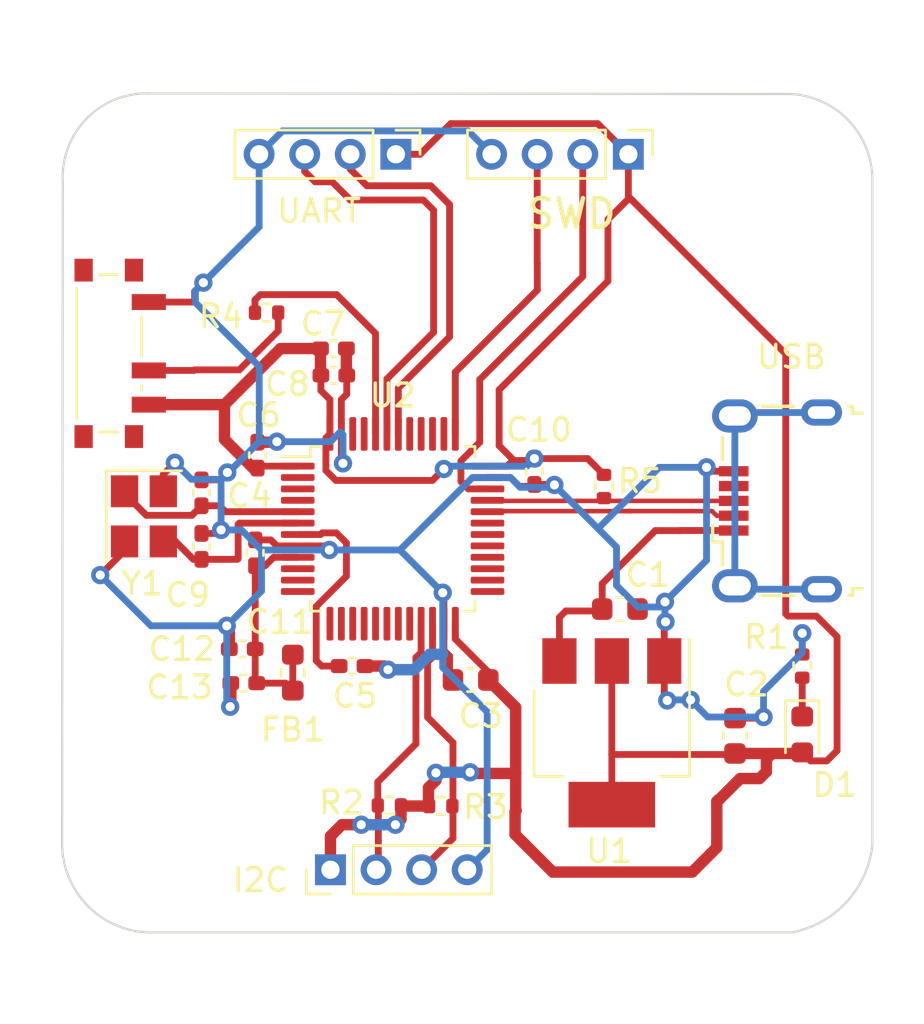
<source format=kicad_pcb>
(kicad_pcb (version 20211014) (generator pcbnew)
  (layers (0 "F.Cu" signal) (31 "B.Cu" signal) (34 "B.Paste" user) (35 "F.Paste" user) (36 "B.SilkS" user "B.Silkscreen") (37 "F.SilkS" user "F.Silkscreen") (38 "B.Mask" user) (39 "F.Mask" user) (44 "Edge.Cuts" user))
  (net 0 "")
  (net 1 "VBUS")
  (net 2 "GND")
  (net 3 "+3.3V")
  (net 4 "/HSE_IN")
  (net 5 "/NRST (Reset Pin)")
  (net 6 "/HSE_OUT")
  (net 7 "+3.3VA")
  (net 8 "/PWR_LED_K")
  (net 9 "/I2C2_SCL")
  (net 10 "/I2C2_SDA")
  (net 11 "/USART1_TX")
  (net 12 "/USART1_RX")
  (net 13 "/SWDI0")
  (net 14 "/SWCLK")
  (net 15 "/USB_D-")
  (net 16 "/USB_D+")
  (net 18 "unconnected-(J4-Pad6)")
  (net 19 "Net-(R4-Pad1)")
  (net 20 "Net-(R4-Pad2)")
  (footprint "Inductor_SMD:L_0603_1608Metric" (layer "F.Cu") (at 102.1476 50.5035 90)
    (fp_text reference "FB1" (at -2.5 0) (layer "F.SilkS"))
    (fp_text value "120R")
    (pad "1" smd roundrect (at -0.7875 0 90) (size 0.875 0.95) (layers "F.Cu" "F.Paste" "F.Mask") (net 7 "+3.3VA"))
    (pad "2" smd roundrect (at 0.7875 0 90) (size 0.875 0.95) (layers "F.Cu" "F.Paste" "F.Mask") (net 7 "+3.3VA"))
  )
  (footprint "MountingHole:MountingHole_2.2mm_M2" (layer "F.Cu") (at 123.62 29.02)
    (fp_text reference "H4")
    (fp_text value "MountingHole")
    (pad "" np_thru_hole circle (at 0 0) (size 2.2 2.2) (drill 2.2) (layers *.Cu *.Mask))
  )
  (footprint "Connector_PinHeader_2.00mm:PinHeader_1x04_P2.00mm_Vertical" (layer "F.Cu") (at 106.67 27.77 -90)
    (fp_text reference "J2")
    (fp_text value "Conn_01x04_Male")
    (pad "1" thru_hole rect (at 0 0 270) (size 1.35 1.35) (drill 0.8) (layers *.Cu *.Mask) (net 3 "+3.3V"))
    (pad "2" thru_hole oval (at 0 2 270) (size 1.35 1.35) (drill 0.8) (layers *.Cu *.Mask) (net 11 "/USART1_TX"))
    (pad "3" thru_hole oval (at 0 4 270) (size 1.35 1.35) (drill 0.8) (layers *.Cu *.Mask) (net 12 "/USART1_RX"))
    (pad "4" thru_hole oval (at 0 6 270) (size 1.35 1.35) (drill 0.8) (layers *.Cu *.Mask) (net 2 "GND"))
  )
  (footprint "Capacitor_SMD:C_0402_1005Metric_Pad0.74x0.62mm_HandSolder" (layer "F.Cu") (at 112.7476 41.6825 -90)
    (fp_text reference "C10" (at -1.8325 -0.2024) (layer "F.SilkS"))
    (fp_text value "100n")
    (pad "1" smd roundrect (at -0.5675 0 270) (size 0.735 0.62) (layers "F.Cu" "F.Paste" "F.Mask") (net 3 "+3.3V"))
    (pad "2" smd roundrect (at 0.5675 0 270) (size 0.735 0.62) (layers "F.Cu" "F.Paste" "F.Mask") (net 2 "GND"))
  )
  (footprint "Resistor_SMD:R_0402_1005Metric" (layer "F.Cu") (at 100.9976 34.716)
    (fp_text reference "R4" (at -1.9976 0.159) (layer "F.SilkS"))
    (fp_text value "10k")
    (pad "1" smd roundrect (at -0.51 0) (size 0.54 0.64) (layers "F.Cu" "F.Paste" "F.Mask") (net 19 "Net-(R4-Pad1)"))
    (pad "2" smd roundrect (at 0.51 0) (size 0.54 0.64) (layers "F.Cu" "F.Paste" "F.Mask") (net 20 "Net-(R4-Pad2)"))
  )
  (footprint "Capacitor_SMD:C_0603_1608Metric" (layer "F.Cu") (at 121.55 53.275 90)
    (fp_text reference "C2" (at 2.25 0.5) (layer "F.SilkS"))
    (fp_text value "10u")
    (pad "1" smd roundrect (at -0.775 0 90) (size 0.9 0.95) (layers "F.Cu" "F.Paste" "F.Mask") (net 3 "+3.3V"))
    (pad "2" smd roundrect (at 0.775 0 90) (size 0.9 0.95) (layers "F.Cu" "F.Paste" "F.Mask") (net 2 "GND"))
  )
  (footprint "Capacitor_SMD:C_0402_1005Metric_Pad0.74x0.62mm_HandSolder" (layer "F.Cu") (at 100.5976 40.966 90)
    (fp_text reference "C6" (at 1.75 0.05 180) (layer "F.SilkS"))
    (fp_text value "100n")
    (pad "1" smd roundrect (at -0.5675 0 90) (size 0.735 0.62) (layers "F.Cu" "F.Paste" "F.Mask") (net 3 "+3.3V"))
    (pad "2" smd roundrect (at 0.5675 0 90) (size 0.735 0.62) (layers "F.Cu" "F.Paste" "F.Mask") (net 2 "GND"))
  )
  (footprint "Capacitor_SMD:C_0402_1005Metric_Pad0.74x0.62mm_HandSolder" (layer "F.Cu") (at 100.5 45.25 90)
    (fp_text reference "C11" (at -3.025 1.075) (layer "F.SilkS"))
    (fp_text value "10n")
    (pad "1" smd roundrect (at -0.5675 0 90) (size 0.735 0.62) (layers "F.Cu" "F.Paste" "F.Mask") (net 7 "+3.3VA"))
    (pad "2" smd roundrect (at 0.5675 0 90) (size 0.735 0.62) (layers "F.Cu" "F.Paste" "F.Mask") (net 2 "GND"))
  )
  (footprint "MountingHole:MountingHole_2.2mm_M2" (layer "F.Cu") (at 123.62 57.77)
    (fp_text reference "H1")
    (fp_text value "MountingHole")
    (pad "" np_thru_hole circle (at 0 0) (size 2.2 2.2) (drill 2.2) (layers *.Cu *.Mask))
  )
  (footprint "LED_SMD:LED_0603_1608Metric" (layer "F.Cu") (at 124.4976 53.216 -90)
    (fp_text reference "D1" (at 2.209 -1.4274 180) (layer "F.SilkS"))
    (fp_text value "RED")
    (pad "1" smd roundrect (at -0.7875 0 270) (size 0.875 0.95) (layers "F.Cu" "F.Paste" "F.Mask") (net 8 "/PWR_LED_K"))
    (pad "2" smd roundrect (at 0.7875 0 270) (size 0.875 0.95) (layers "F.Cu" "F.Paste" "F.Mask") (net 3 "+3.3V"))
  )
  (footprint "Resistor_SMD:R_0402_1005Metric" (layer "F.Cu") (at 106.385 56.33)
    (fp_text reference "R2" (at -2.11 -0.13) (layer "F.SilkS"))
    (fp_text value "1k5")
    (pad "1" smd roundrect (at -0.51 0) (size 0.54 0.64) (layers "F.Cu" "F.Paste" "F.Mask") (net 9 "/I2C2_SCL"))
    (pad "2" smd roundrect (at 0.51 0) (size 0.54 0.64) (layers "F.Cu" "F.Paste" "F.Mask") (net 3 "+3.3V"))
  )
  (footprint "Capacitor_SMD:C_0603_1608Metric" (layer "F.Cu") (at 109.95 50.825 180)
    (fp_text reference "C3" (at -0.45 -1.575) (layer "F.SilkS"))
    (fp_text value "10u")
    (pad "1" smd roundrect (at -0.775 0 180) (size 0.9 0.95) (layers "F.Cu" "F.Paste" "F.Mask") (net 3 "+3.3V"))
    (pad "2" smd roundrect (at 0.775 0 180) (size 0.9 0.95) (layers "F.Cu" "F.Paste" "F.Mask") (net 2 "GND"))
  )
  (footprint "MountingHole:MountingHole_2.2mm_M2" (layer "F.Cu") (at 95.87 57.77)
    (fp_text reference "H2")
    (fp_text value "MountingHole")
    (pad "" np_thru_hole circle (at 0 0) (size 2.2 2.2) (drill 2.2) (layers *.Cu *.Mask))
  )
  (footprint "Resistor_SMD:R_0402_1005Metric" (layer "F.Cu") (at 115.8 42.34 -90)
    (fp_text reference "R5" (at -0.24 -1.575 180) (layer "F.SilkS"))
    (fp_text value "1k5")
    (pad "1" smd roundrect (at -0.51 0 270) (size 0.54 0.64) (layers "F.Cu" "F.Paste" "F.Mask") (net 3 "+3.3V"))
    (pad "2" smd roundrect (at 0.51 0 270) (size 0.54 0.64) (layers "F.Cu" "F.Paste" "F.Mask") (net 16 "/USB_D+"))
  )
  (footprint "Capacitor_SMD:C_0402_1005Metric_Pad0.74x0.62mm_HandSolder" (layer "F.Cu") (at 98.1425 42.6175 90)
    (fp_text reference "C4" (at -0.1325 2.1075) (layer "F.SilkS"))
    (fp_text value "10p")
    (pad "1" smd roundrect (at -0.5675 0 90) (size 0.735 0.62) (layers "F.Cu" "F.Paste" "F.Mask") (net 4 "/HSE_IN"))
    (pad "2" smd roundrect (at 0.5675 0 90) (size 0.735 0.62) (layers "F.Cu" "F.Paste" "F.Mask") (net 2 "GND"))
  )
  (footprint "Connector_PinHeader_2.00mm:PinHeader_1x04_P2.00mm_Vertical" (layer "F.Cu") (at 116.87 27.77 -90)
    (fp_text reference "J3")
    (fp_text value "Conn_01x04_Male")
    (pad "1" thru_hole rect (at 0 0 270) (size 1.35 1.35) (drill 0.8) (layers *.Cu *.Mask) (net 3 "+3.3V"))
    (pad "2" thru_hole oval (at 0 2 270) (size 1.35 1.35) (drill 0.8) (layers *.Cu *.Mask) (net 13 "/SWDI0"))
    (pad "3" thru_hole oval (at 0 4 270) (size 1.35 1.35) (drill 0.8) (layers *.Cu *.Mask) (net 14 "/SWCLK"))
    (pad "4" thru_hole oval (at 0 6 270) (size 1.35 1.35) (drill 0.8) (layers *.Cu *.Mask) (net 2 "GND"))
  )
  (footprint "Capacitor_SMD:C_0402_1005Metric_Pad0.74x0.62mm_HandSolder" (layer "F.Cu") (at 103.9301 36.291)
    (fp_text reference "C7" (at -0.4551 -1.091) (layer "F.SilkS"))
    (fp_text value "100n")
    (pad "1" smd roundrect (at -0.5675 0) (size 0.735 0.62) (layers "F.Cu" "F.Paste" "F.Mask") (net 3 "+3.3V"))
    (pad "2" smd roundrect (at 0.5675 0) (size 0.735 0.62) (layers "F.Cu" "F.Paste" "F.Mask") (net 2 "GND"))
  )
  (footprint "Resistor_SMD:R_0402_1005Metric" (layer "F.Cu") (at 124.4976 50.216 -90)
    (fp_text reference "R1" (at -1.266 1.5726 180) (layer "F.SilkS"))
    (fp_text value "1k5")
    (pad "1" smd roundrect (at -0.51 0 270) (size 0.54 0.64) (layers "F.Cu" "F.Paste" "F.Mask") (net 2 "GND"))
    (pad "2" smd roundrect (at 0.51 0 270) (size 0.54 0.64) (layers "F.Cu" "F.Paste" "F.Mask") (net 8 "/PWR_LED_K"))
  )
  (footprint "Crystal:Crystal_SMD_3225-4Pin_3.2x2.5mm" (layer "F.Cu") (at 95.6175 43.65 -90)
    (fp_text reference "Y1" (at 2.9425 0.075 180) (layer "F.SilkS"))
    (fp_text value "16MHz")
    (pad "1" smd rect (at -1.1 0.85 270) (size 1.4 1.2) (layers "F.Cu" "F.Paste" "F.Mask") (net 4 "/HSE_IN"))
    (pad "2" smd rect (at 1.1 0.85 270) (size 1.4 1.2) (layers "F.Cu" "F.Paste" "F.Mask") (net 2 "GND"))
    (pad "3" smd rect (at 1.1 -0.85 270) (size 1.4 1.2) (layers "F.Cu" "F.Paste" "F.Mask") (net 6 "/HSE_OUT"))
    (pad "4" smd rect (at -1.1 -0.85 270) (size 1.4 1.2) (layers "F.Cu" "F.Paste" "F.Mask") (net 2 "GND"))
  )
  (footprint "Connector_PinHeader_2.00mm:PinHeader_1x04_P2.00mm_Vertical" (layer "F.Cu") (at 103.8 59.15 90)
    (fp_text reference "J1")
    (fp_text value "Conn_01x04_Male")
    (pad "1" thru_hole rect (at 0 0 90) (size 1.35 1.35) (drill 0.8) (layers *.Cu *.Mask) (net 3 "+3.3V"))
    (pad "2" thru_hole oval (at 0 2 90) (size 1.35 1.35) (drill 0.8) (layers *.Cu *.Mask) (net 9 "/I2C2_SCL"))
    (pad "3" thru_hole oval (at 0 4 90) (size 1.35 1.35) (drill 0.8) (layers *.Cu *.Mask) (net 10 "/I2C2_SDA"))
    (pad "4" thru_hole oval (at 0 6 90) (size 1.35 1.35) (drill 0.8) (layers *.Cu *.Mask) (net 2 "GND"))
  )
  (footprint "Capacitor_SMD:C_0402_1005Metric_Pad0.74x0.62mm_HandSolder" (layer "F.Cu") (at 104.7476 50.216)
    (fp_text reference "C5" (at 0.1274 1.309) (layer "F.SilkS"))
    (fp_text value "100n")
    (pad "1" smd roundrect (at -0.5675 0) (size 0.735 0.62) (layers "F.Cu" "F.Paste" "F.Mask") (net 5 "/NRST (Reset Pin)"))
    (pad "2" smd roundrect (at 0.5675 0) (size 0.735 0.62) (layers "F.Cu" "F.Paste" "F.Mask") (net 2 "GND"))
  )
  (footprint "Capacitor_SMD:C_0402_1005Metric_Pad0.74x0.62mm_HandSolder" (layer "F.Cu") (at 103.9476 37.466)
    (fp_text reference "C8" (at -2.0476 0.384) (layer "F.SilkS"))
    (fp_text value "100n")
    (pad "1" smd roundrect (at -0.5675 0) (size 0.735 0.62) (layers "F.Cu" "F.Paste" "F.Mask") (net 3 "+3.3V"))
    (pad "2" smd roundrect (at 0.5675 0) (size 0.735 0.62) (layers "F.Cu" "F.Paste" "F.Mask") (net 2 "GND"))
  )
  (footprint "Button_Switch_SMD:SW_SPDT_PCM12" (layer "F.Cu") (at 94.4 36.5 -90)
    (fp_text reference "SW1")
    (fp_text value "SW_SPDT (Boot Pin)")
    (pad "" smd rect (at -3.65 -0.78 270) (size 1 0.8) (layers "F.Cu" "F.Paste" "F.Mask"))
    (pad "" np_thru_hole circle (at -1.5 0.33 270) (size 0.9 0.9) (drill 0.9) (layers *.Cu *.Mask))
    (pad "" smd rect (at 3.65 -0.78 270) (size 1 0.8) (layers "F.Cu" "F.Paste" "F.Mask"))
    (pad "" smd rect (at -3.65 1.43 270) (size 1 0.8) (layers "F.Cu" "F.Paste" "F.Mask"))
    (pad "" smd rect (at 3.65 1.43 270) (size 1 0.8) (layers "F.Cu" "F.Paste" "F.Mask"))
    (pad "" np_thru_hole circle (at 1.5 0.33 270) (size 0.9 0.9) (drill 0.9) (layers *.Cu *.Mask))
    (pad "1" smd rect (at -2.25 -1.43 270) (size 0.7 1.5) (layers "F.Cu" "F.Paste" "F.Mask") (net 2 "GND"))
    (pad "2" smd rect (at 0.75 -1.43 270) (size 0.7 1.5) (layers "F.Cu" "F.Paste" "F.Mask") (net 20 "Net-(R4-Pad2)"))
    (pad "3" smd rect (at 2.25 -1.43 270) (size 0.7 1.5) (layers "F.Cu" "F.Paste" "F.Mask") (net 3 "+3.3V"))
  )
  (footprint "Capacitor_SMD:C_0402_1005Metric_Pad0.74x0.62mm_HandSolder" (layer "F.Cu") (at 98.1425 44.9675 90)
    (fp_text reference "C9" (at -2.125 -0.6 180) (layer "F.SilkS"))
    (fp_text value "10p")
    (pad "1" smd roundrect (at -0.5675 0 90) (size 0.735 0.62) (layers "F.Cu" "F.Paste" "F.Mask") (net 6 "/HSE_OUT"))
    (pad "2" smd roundrect (at 0.5675 0 90) (size 0.735 0.62) (layers "F.Cu" "F.Paste" "F.Mask") (net 2 "GND"))
  )
  (footprint "Resistor_SMD:R_0402_1005Metric" (layer "F.Cu") (at 108.64 56.355 180)
    (fp_text reference "R3" (at -1.96 -0.05) (layer "F.SilkS"))
    (fp_text value "1k5")
    (pad "1" smd roundrect (at -0.51 0 180) (size 0.54 0.64) (layers "F.Cu" "F.Paste" "F.Mask") (net 10 "/I2C2_SDA"))
    (pad "2" smd roundrect (at 0.51 0 180) (size 0.54 0.64) (layers "F.Cu" "F.Paste" "F.Mask") (net 3 "+3.3V"))
  )
  (footprint "Package_QFP:LQFP-48_7x7mm_P0.5mm" (layer "F.Cu") (at 106.5276 44.196)
    (fp_text reference "U2" (at 0 -5.85) (layer "F.SilkS"))
    (fp_text value "STM32F103C8T6")
    (pad "1" smd roundrect (at -4.1625 -2.75) (size 1.475 0.3) (layers "F.Cu" "F.Paste" "F.Mask") (net 3 "+3.3V"))
    (pad "2" smd roundrect (at -4.1625 -2.25) (size 1.475 0.3) (layers "F.Cu" "F.Paste" "F.Mask"))
    (pad "3" smd roundrect (at -4.1625 -1.75) (size 1.475 0.3) (layers "F.Cu" "F.Paste" "F.Mask"))
    (pad "4" smd roundrect (at -4.1625 -1.25) (size 1.475 0.3) (layers "F.Cu" "F.Paste" "F.Mask"))
    (pad "5" smd roundrect (at -4.1625 -0.75) (size 1.475 0.3) (layers "F.Cu" "F.Paste" "F.Mask") (net 4 "/HSE_IN"))
    (pad "6" smd roundrect (at -4.1625 -0.25) (size 1.475 0.3) (layers "F.Cu" "F.Paste" "F.Mask") (net 6 "/HSE_OUT"))
    (pad "7" smd roundrect (at -4.1625 0.25) (size 1.475 0.3) (layers "F.Cu" "F.Paste" "F.Mask") (net 5 "/NRST (Reset Pin)"))
    (pad "8" smd roundrect (at -4.1625 0.75) (size 1.475 0.3) (layers "F.Cu" "F.Paste" "F.Mask") (net 2 "GND"))
    (pad "9" smd roundrect (at -4.1625 1.25) (size 1.475 0.3) (layers "F.Cu" "F.Paste" "F.Mask") (net 7 "+3.3VA"))
    (pad "10" smd roundrect (at -4.1625 1.75) (size 1.475 0.3) (layers "F.Cu" "F.Paste" "F.Mask"))
    (pad "11" smd roundrect (at -4.1625 2.25) (size 1.475 0.3) (layers "F.Cu" "F.Paste" "F.Mask"))
    (pad "12" smd roundrect (at -4.1625 2.75) (size 1.475 0.3) (layers "F.Cu" "F.Paste" "F.Mask"))
    (pad "13" smd roundrect (at -2.75 4.1625) (size 0.3 1.475) (layers "F.Cu" "F.Paste" "F.Mask"))
    (pad "14" smd roundrect (at -2.25 4.1625) (size 0.3 1.475) (layers "F.Cu" "F.Paste" "F.Mask"))
    (pad "15" smd roundrect (at -1.75 4.1625) (size 0.3 1.475) (layers "F.Cu" "F.Paste" "F.Mask"))
    (pad "16" smd roundrect (at -1.25 4.1625) (size 0.3 1.475) (layers "F.Cu" "F.Paste" "F.Mask"))
    (pad "17" smd roundrect (at -0.75 4.1625) (size 0.3 1.475) (layers "F.Cu" "F.Paste" "F.Mask"))
    (pad "18" smd roundrect (at -0.25 4.1625) (size 0.3 1.475) (layers "F.Cu" "F.Paste" "F.Mask"))
    (pad "19" smd roundrect (at 0.25 4.1625) (size 0.3 1.475) (layers "F.Cu" "F.Paste" "F.Mask"))
    (pad "20" smd roundrect (at 0.75 4.1625) (size 0.3 1.475) (layers "F.Cu" "F.Paste" "F.Mask"))
    (pad "21" smd roundrect (at 1.25 4.1625) (size 0.3 1.475) (layers "F.Cu" "F.Paste" "F.Mask") (net 9 "/I2C2_SCL"))
    (pad "22" smd roundrect (at 1.75 4.1625) (size 0.3 1.475) (layers "F.Cu" "F.Paste" "F.Mask") (net 10 "/I2C2_SDA"))
    (pad "23" smd roundrect (at 2.25 4.1625) (size 0.3 1.475) (layers "F.Cu" "F.Paste" "F.Mask") (net 2 "GND"))
    (pad "24" smd roundrect (at 2.75 4.1625) (size 0.3 1.475) (layers "F.Cu" "F.Paste" "F.Mask") (net 3 "+3.3V"))
    (pad "25" smd roundrect (at 4.1625 2.75) (size 1.475 0.3) (layers "F.Cu" "F.Paste" "F.Mask"))
    (pad "26" smd roundrect (at 4.1625 2.25) (size 1.475 0.3) (layers "F.Cu" "F.Paste" "F.Mask"))
    (pad "27" smd roundrect (at 4.1625 1.75) (size 1.475 0.3) (layers "F.Cu" "F.Paste" "F.Mask"))
    (pad "28" smd roundrect (at 4.1625 1.25) (size 1.475 0.3) (layers "F.Cu" "F.Paste" "F.Mask"))
    (pad "29" smd roundrect (at 4.1625 0.75) (size 1.475 0.3) (layers "F.Cu" "F.Paste" "F.Mask"))
    (pad "30" smd roundrect (at 4.1625 0.25) (size 1.475 0.3) (layers "F.Cu" "F.Paste" "F.Mask"))
    (pad "31" smd roundrect (at 4.1625 -0.25) (size 1.475 0.3) (layers "F.Cu" "F.Paste" "F.Mask"))
    (pad "32" smd roundrect (at 4.1625 -0.75) (size 1.475 0.3) (layers "F.Cu" "F.Paste" "F.Mask") (net 15 "/USB_D-"))
    (pad "33" smd roundrect (at 4.1625 -1.25) (size 1.475 0.3) (layers "F.Cu" "F.Paste" "F.Mask") (net 16 "/USB_D+"))
    (pad "34" smd roundrect (at 4.1625 -1.75) (size 1.475 0.3) (layers "F.Cu" "F.Paste" "F.Mask") (net 13 "/SWDI0"))
    (pad "35" smd roundrect (at 4.1625 -2.25) (size 1.475 0.3) (layers "F.Cu" "F.Paste" "F.Mask") (net 2 "GND"))
    (pad "36" smd roundrect (at 4.1625 -2.75) (size 1.475 0.3) (layers "F.Cu" "F.Paste" "F.Mask") (net 3 "+3.3V"))
    (pad "37" smd roundrect (at 2.75 -4.1625) (size 0.3 1.475) (layers "F.Cu" "F.Paste" "F.Mask") (net 14 "/SWCLK"))
    (pad "38" smd roundrect (at 2.25 -4.1625) (size 0.3 1.475) (layers "F.Cu" "F.Paste" "F.Mask"))
    (pad "39" smd roundrect (at 1.75 -4.1625) (size 0.3 1.475) (layers "F.Cu" "F.Paste" "F.Mask"))
    (pad "40" smd roundrect (at 1.25 -4.1625) (size 0.3 1.475) (layers "F.Cu" "F.Paste" "F.Mask"))
    (pad "41" smd roundrect (at 0.75 -4.1625) (size 0.3 1.475) (layers "F.Cu" "F.Paste" "F.Mask"))
    (pad "42" smd roundrect (at 0.25 -4.1625) (size 0.3 1.475) (layers "F.Cu" "F.Paste" "F.Mask") (net 11 "/USART1_TX"))
    (pad "43" smd roundrect (at -0.25 -4.1625) (size 0.3 1.475) (layers "F.Cu" "F.Paste" "F.Mask") (net 12 "/USART1_RX"))
    (pad "44" smd roundrect (at -0.75 -4.1625) (size 0.3 1.475) (layers "F.Cu" "F.Paste" "F.Mask") (net 19 "Net-(R4-Pad1)"))
    (pad "45" smd roundrect (at -1.25 -4.1625) (size 0.3 1.475) (layers "F.Cu" "F.Paste" "F.Mask"))
    (pad "46" smd roundrect (at -1.75 -4.1625) (size 0.3 1.475) (layers "F.Cu" "F.Paste" "F.Mask"))
    (pad "47" smd roundrect (at -2.25 -4.1625) (size 0.3 1.475) (layers "F.Cu" "F.Paste" "F.Mask") (net 2 "GND"))
    (pad "48" smd roundrect (at -2.75 -4.1625) (size 0.3 1.475) (layers "F.Cu" "F.Paste" "F.Mask") (net 3 "+3.3V"))
  )
  (footprint "Capacitor_SMD:C_0402_1005Metric_Pad0.74x0.62mm_HandSolder" (layer "F.Cu") (at 99.9301 49.466 180)
    (fp_text reference "C12" (at 2.6551 -0.009) (layer "F.SilkS"))
    (fp_text value "1u")
    (pad "1" smd roundrect (at -0.5675 0 180) (size 0.735 0.62) (layers "F.Cu" "F.Paste" "F.Mask") (net 7 "+3.3VA"))
    (pad "2" smd roundrect (at 0.5675 0 180) (size 0.735 0.62) (layers "F.Cu" "F.Paste" "F.Mask") (net 2 "GND"))
  )
  (footprint "Connector_USB:USB_Micro-B_Wuerth_629105150521" (layer "F.Cu") (at 123.3926 42.971 90)
    (fp_text reference "J4")
    (fp_text value "USB_B_Micro")
    (pad "" np_thru_hole oval (at 2.5 -0.8 90) (size 0.8 0.8) (drill 0.8) (layers *.Cu *.Mask))
    (pad "" np_thru_hole oval (at -2.5 -0.8 90) (size 0.8 0.8) (drill 0.8) (layers *.Cu *.Mask))
    (pad "1" smd rect (at -1.3 -1.9 90) (size 0.45 1.3) (layers "F.Cu" "F.Paste" "F.Mask") (net 1 "VBUS"))
    (pad "2" smd rect (at -0.65 -1.9 90) (size 0.45 1.3) (layers "F.Cu" "F.Paste" "F.Mask") (net 15 "/USB_D-"))
    (pad "3" smd rect (at 0 -1.9 90) (size 0.45 1.3) (layers "F.Cu" "F.Paste" "F.Mask") (net 16 "/USB_D+"))
    (pad "4" smd rect (at 0.65 -1.9 90) (size 0.45 1.3) (layers "F.Cu" "F.Paste" "F.Mask"))
    (pad "5" smd rect (at 1.3 -1.9 90) (size 0.45 1.3) (layers "F.Cu" "F.Paste" "F.Mask") (net 2 "GND"))
    (pad "6" thru_hole oval (at -3.725 -1.85 90) (size 1.45 2) (drill oval 0.85 1.4) (layers *.Cu *.Mask) (net 18 "unconnected-(J4-Pad6)"))
    (pad "6" thru_hole oval (at -3.875 1.95 90) (size 1.15 1.8) (drill oval 0.55 1.2) (layers *.Cu *.Mask) (net 18 "unconnected-(J4-Pad6)"))
    (pad "6" thru_hole oval (at 3.725 -1.85 90) (size 1.45 2) (drill oval 0.85 1.4) (layers *.Cu *.Mask) (net 18 "unconnected-(J4-Pad6)"))
    (pad "6" thru_hole oval (at 3.875 1.95 90) (size 1.15 1.8) (drill oval 0.55 1.2) (layers *.Cu *.Mask) (net 18 "unconnected-(J4-Pad6)"))
  )
  (footprint "MountingHole:MountingHole_2.2mm_M2" (layer "F.Cu") (at 95.9104 29.0322)
    (fp_text reference "H3")
    (fp_text value "MountingHole")
    (pad "" np_thru_hole circle (at 0 0) (size 2.2 2.2) (drill 2.2) (layers *.Cu *.Mask))
  )
  (footprint "Capacitor_SMD:C_0402_1005Metric_Pad0.74x0.62mm_HandSolder" (layer "F.Cu") (at 99.9976 50.966 180)
    (fp_text reference "C13" (at 2.8226 -0.184) (layer "F.SilkS"))
    (fp_text value "1u")
    (pad "1" smd roundrect (at -0.5675 0 180) (size 0.735 0.62) (layers "F.Cu" "F.Paste" "F.Mask") (net 7 "+3.3VA"))
    (pad "2" smd roundrect (at 0.5675 0 180) (size 0.735 0.62) (layers "F.Cu" "F.Paste" "F.Mask") (net 2 "GND"))
  )
  (footprint "Package_TO_SOT_SMD:SOT-223-3_TabPin2" (layer "F.Cu") (at 116.145 53.145 -90)
    (fp_text reference "U1" (at 5.18 0.12 180) (layer "F.SilkS"))
    (fp_text value "AMS1117-3.3")
    (pad "1" smd rect (at -3.15 -2.3 270) (size 2 1.5) (layers "F.Cu" "F.Paste" "F.Mask") (net 2 "GND"))
    (pad "2" smd rect (at 3.15 0 270) (size 2 3.8) (layers "F.Cu" "F.Paste" "F.Mask") (net 3 "+3.3V"))
    (pad "2" smd rect (at -3.15 0 270) (size 2 1.5) (layers "F.Cu" "F.Paste" "F.Mask") (net 3 "+3.3V"))
    (pad "3" smd rect (at -3.15 2.3 270) (size 2 1.5) (layers "F.Cu" "F.Paste" "F.Mask") (net 1 "VBUS"))
  )
  (footprint "Capacitor_SMD:C_0603_1608Metric" (layer "F.Cu") (at 116.4976 47.716)
    (fp_text reference "C1" (at 1.2274 -1.5) (layer "F.SilkS"))
    (fp_text value "10u")
    (pad "1" smd roundrect (at -0.775 0) (size 0.9 0.95) (layers "F.Cu" "F.Paste" "F.Mask") (net 1 "VBUS"))
    (pad "2" smd roundrect (at 0.775 0) (size 0.9 0.95) (layers "F.Cu" "F.Paste" "F.Mask") (net 2 "GND"))
  )
  (gr_line (start 92.058 29.0068) (end 92.025 57.975) (layer "Edge.Cuts") (width 0.1))
  (gr_arc (start 123.686106 25.124719) (mid 126.404393 26.161574) (end 127.575 28.825) (layer "Edge.Cuts") (width 0.1))
  (gr_arc (start 127.575 58.075) (mid 126.432928 60.574924) (end 124.025 61.9) (layer "Edge.Cuts") (width 0.1))
  (gr_arc (start 92.058 29.0068) (mid 93.073624 26.234106) (end 95.8 25.1) (layer "Edge.Cuts") (width 0.1))
  (gr_arc (start 96.025 61.9) (mid 93.198323 60.779973) (end 92.025 57.975) (layer "Edge.Cuts") (width 0.1))
  (gr_line (start 96.025 61.9) (end 124.025 61.9) (layer "Edge.Cuts") (width 0.1))
  (gr_line (start 127.575 58.075) (end 127.575 28.825) (layer "Edge.Cuts") (width 0.1))
  (gr_line (start 123.686106 25.124719) (end 95.8 25.1) (layer "Edge.Cuts") (width 0.1))
  (gr_text "I2C" (at 100.725 59.6) (layer "F.SilkS") (effects (font (size 1 1))))
  (gr_text "SWD" (at 114.375 30.375) (layer "F.SilkS") (effects (font (size 1.25 1.25) (thickness 0.2))))
  (gr_text "USB" (at 124.025 36.65) (layer "F.SilkS") (effects (font (size 1 1))))
  (gr_text "UART" (at 103.3 30.25) (layer "F.SilkS") (effects (font (size 1 1))))
  (segment (start 118.05 44.275) (end 119.125 44.275) (width 0.3) (layer "F.Cu") (net 1))
  (segment (start 115.7226 47.716) (end 115.7226 46.6024) (width 0.3) (layer "F.Cu") (net 1))
  (segment (start 115.7226 47.716) (end 115.6386 47.8) (width 0.3) (layer "F.Cu") (net 1))
  (segment (start 114.125 47.8) (end 113.845 48.08) (width 0.3) (layer "F.Cu") (net 1))
  (segment (start 119.125 44.275) (end 119.129 44.271) (width 0.3) (layer "F.Cu") (net 1))
  (segment (start 119.129 44.271) (end 121.4926 44.271) (width 0.3) (layer "F.Cu") (net 1))
  (segment (start 115.7226 46.6024) (end 118.05 44.275) (width 0.3) (layer "F.Cu") (net 1))
  (segment (start 115.6386 47.8) (end 114.125 47.8) (width 0.3) (layer "F.Cu") (net 1))
  (segment (start 113.845 48.08) (end 113.845 49.995) (width 0.3) (layer "F.Cu") (net 1))
  (segment (start 97.8408 34.2244) (end 97.8152 34.25) (width 0.3) (layer "F.Cu") (net 2))
  (segment (start 108.7776 48.3585) (end 108.7776 49.5276) (width 0.3) (layer "F.Cu") (net 2))
  (segment (start 100.5 44.6825) (end 101.1825 44.6825) (width 0.3) (layer "F.Cu") (net 2))
  (segment (start 98.95 42.05) (end 98.1425 42.05) (width 0.3) (layer "F.Cu") (net 2))
  (segment (start 99.275 41.725) (end 98.95 42.05) (width 0.3) (layer "F.Cu") (net 2))
  (segment (start 121.55 52.5) (end 122.75 52.5) (width 0.3) (layer "F.Cu") (net 2))
  (segment (start 104.2776 40.0335) (end 104.2776 41.2526) (width 0.3) (layer "F.Cu") (net 2))
  (segment (start 118.445 49.995) (end 118.445 51.595) (width 0.3) (layer "F.Cu") (net 2))
  (segment (start 124.4976 49.706) (end 124.4976 48.7774) (width 0.3) (layer "F.Cu") (net 2))
  (segment (start 98.225 33.4) (end 97.8408 33.7842) (width 0.3) (layer "F.Cu") (net 2))
  (segment (start 122.75 52.5) (end 122.8 52.45) (width 0.3) (layer "F.Cu") (net 2))
  (segment (start 104.2776 41.2526) (end 104.35 41.325) (width 0.3) (layer "F.Cu") (net 2))
  (segment (start 120.471 41.671) (end 120.3 41.5) (width 0.3) (layer "F.Cu") (net 2))
  (segment (start 106.166 50.216) (end 106.325 50.375) (width 0.5) (layer "F.Cu") (net 2))
  (segment (start 118.445 48.33) (end 118.5 48.275) (width 0.3) (layer "F.Cu") (net 2))
  (segment (start 112.0835 42.3335) (end 112.7476 42.3335) (width 0.3) (layer "F.Cu") (net 2))
  (segment (start 96.4675 41.8075) (end 96.975 41.3) (width 0.3) (layer "F.Cu") (net 2))
  (segment (start 118.445 51.595) (end 118.575 51.725) (width 0.3) (layer "F.Cu") (net 2))
  (segment (start 98.1425 44.4) (end 98.84567 44.4) (width 0.3) (layer "F.Cu") (net 2))
  (segment (start 105.3151 50.216) (end 106.166 50.216) (width 0.5) (layer "F.Cu") (net 2))
  (segment (start 118.445 49.995) (end 118.445 48.33) (width 0.3) (layer "F.Cu") (net 2))
  (segment (start 111.696 41.946) (end 112.0835 42.3335) (width 0.3) (layer "F.Cu") (net 2))
  (segment (start 97.8152 34.25) (end 95.83 34.25) (width 0.3) (layer "F.Cu") (net 2))
  (segment (start 94.7675 44.75) (end 94.7675 45.1575) (width 0.3) (layer "F.Cu") (net 2))
  (segment (start 104.2776 38.5276) (end 104.5151 38.2901) (width 0.3) (layer "F.Cu") (net 2))
  (segment (start 113.603501 42.25) (end 113.625 42.271499) (width 0.3) (layer "F.Cu") (net 2))
  (segment (start 100.5976 40.3985) (end 101.4265 40.3985) (width 0.5) (layer "F.Cu") (net 2))
  (segment (start 104.5151 38.2901) (end 104.5151 37.466) (width 0.3) (layer "F.Cu") (net 2))
  (segment (start 102.3651 44.946) (end 101.446 44.946) (width 0.3) (layer "F.Cu") (net 2))
  (segment (start 121.4926 41.671) (end 120.471 41.671) (width 0.3) (layer "F.Cu") (net 2))
  (segment (start 104.4976 37.4485) (end 104.5151 37.466) (width 0.5) (layer "F.Cu") (net 2))
  (segment (start 99.4301 51.9699) (end 99.4 52) (width 0.5) (layer "F.Cu") (net 2))
  (segment (start 99.3626 49.466) (end 99.3626 48.5626) (width 0.5) (layer "F.Cu") (net 2))
  (segment (start 112.7476 42.25) (end 113.603501 42.25) (width 0.3) (layer "F.Cu") (net 2))
  (segment (start 109.025 49.775) (end 109.025 50.55) (width 0.3) (layer "F.Cu") (net 2))
  (segment (start 101.4265 40.3985) (end 101.45 40.375) (width 0.5) (layer "F.Cu") (net 2))
  (segment (start 94.7675 45.1575) (end 93.7 46.225) (width 0.3) (layer "F.Cu") (net 2))
  (segment (start 124.4976 48.7774) (end 124.5 48.775) (width 0.3) (layer "F.Cu") (net 2))
  (segment (start 104.4976 36.291) (end 104.4976 37.4485) (width 0.5) (layer "F.Cu") (net 2))
  (segment (start 99.3626 48.5626) (end 99.25 48.45) (width 0.5) (layer "F.Cu") (net 2))
  (segment (start 97.8408 33.7842) (end 97.8408 34.2244) (width 0.3) (layer "F.Cu") (net 2))
  (segment (start 104.2776 40.0335) (end 104.2776 38.5276) (width 0.3) (layer "F.Cu") (net 2))
  (segment (start 101.1825 44.6825) (end 101.446 44.946) (width 0.3) (layer "F.Cu") (net 2))
  (segment (start 96.4675 42.55) (end 96.4675 41.8075) (width 0.3) (layer "F.Cu") (net 2))
  (segment (start 102.3651 44.946) (end 103.571 44.946) (width 0.3) (layer "F.Cu") (net 2))
  (segment (start 109.025 49.775) (end 108.7776 49.5276) (width 0.3) (layer "F.Cu") (net 2))
  (segment (start 110.6901 41.946) (end 111.696 41.946) (width 0.3) (layer "F.Cu") (net 2))
  (segment (start 103.571 44.946) (end 103.75 45.125) (width 0.3) (layer "F.Cu") (net 2))
  (segment (start 99.4301 50.966) (end 99.4301 51.9699) (width 0.5) (layer "F.Cu") (net 2))
  (segment (start 108.7776 47.0526) (end 108.725 47) (width 0.3) (layer "F.Cu") (net 2))
  (segment (start 98.84567 44.4) (end 99.0005 44.24517) (width 0.3) (layer "F.Cu") (net 2))
  (segment (start 108.7776 48.3585) (end 108.7776 47.0526) (width 0.3) (layer "F.Cu") (net 2))
  (via (at 99.25 48.45) (size 0.8) (drill 0.4) (layers "F.Cu" "B.Cu") (net 2))
  (via (at 108.725 47) (size 0.8) (drill 0.4) (layers "F.Cu" "B.Cu") (net 2))
  (via (at 118.575 51.725) (size 0.8) (drill 0.4) (layers "F.Cu" "B.Cu") (net 2))
  (via (at 99.0005 44.24517) (size 0.8) (drill 0.4) (layers "F.Cu" "B.Cu") (net 2))
  (via (at 93.7 46.225) (size 0.8) (drill 0.4) (layers "F.Cu" "B.Cu") (net 2))
  (via (at 120.3 41.5) (size 0.8) (drill 0.4) (layers "F.Cu" "B.Cu") (net 2))
  (via (at 124.5 48.775) (size 0.8) (drill 0.4) (layers "F.Cu" "B.Cu") (net 2))
  (via (at 118.5 48.275) (size 0.8) (drill 0.4) (layers "F.Cu" "B.Cu") (net 2))
  (via (at 101.45 40.375) (size 0.8) (drill 0.4) (layers "F.Cu" "B.Cu") (net 2))
  (via (at 96.975 41.3) (size 0.8) (drill 0.4) (layers "F.Cu" "B.Cu") (net 2))
  (via (at 98.225 33.4) (size 0.8) (drill 0.4) (layers "F.Cu" "B.Cu") (net 2))
  (via (at 122.8 52.45) (size 0.8) (drill 0.4) (layers "F.Cu" "B.Cu") (net 2))
  (via (at 103.75 45.125) (size 0.8) (drill 0.4) (layers "F.Cu" "B.Cu") (net 2))
  (via (at 106.325 50.375) (size 0.8) (drill 0.4) (layers "F.Cu" "B.Cu") (net 2))
  (via (at 104.35 41.325) (size 0.8) (drill 0.4) (layers "F.Cu" "B.Cu") (net 2))
  (via (at 118.475 47.4) (size 0.8) (drill 0.4) (layers "F.Cu" "B.Cu") (net 2))
  (via (at 99.4 52) (size 0.8) (drill 0.4) (layers "F.Cu" "B.Cu") (net 2))
  (via (at 99.275 41.725) (size 0.8) (drill 0.4) (layers "F.Cu" "B.Cu") (net 2))
  (via (at 119.6 51.7) (size 0.8) (drill 0.4) (layers "F.Cu" "B.Cu") (net 2))
  (via (at 113.625 42.271499) (size 0.8) (drill 0.4) (layers "F.Cu" "B.Cu") (net 2))
  (segment (start 118.6 51.7) (end 118.575 51.725) (width 0.3) (layer "B.Cu") (net 2))
  (segment (start 118.475 47.4) (end 120.3 45.575) (width 0.3) (layer "B.Cu") (net 2))
  (segment (start 108.725 50.275) (end 108.725 49.675) (width 0.3) (layer "B.Cu") (net 2))
  (segment (start 97.875 34.275) (end 97.875 33.75) (width 0.3) (layer "B.Cu") (net 2))
  (segment (start 99.89517 44.24517) (end 100.775 45.125) (width 0.3) (layer "B.Cu") (net 2))
  (segment (start 122.8 51.325) (end 124.5 49.625) (width 0.3) (layer "B.Cu") (net 2))
  (segment (start 120.3 45.575) (end 120.3 41.5) (width 0.3) (layer "B.Cu") (net 2))
  (segment (start 98.975 42.025) (end 99.275 41.725) (width 0.3) (layer "B.Cu") (net 2))
  (segment (start 96.975 41.3) (end 97.7 42.025) (width 0.3) (layer "B.Cu") (net 2))
  (segment (start 124.5 49.625) (end 124.5 48.775) (width 0.3) (layer "B.Cu") (net 2))
  (segment (start 108.15 49.7) (end 107.475 50.375) (width 0.5) (layer "B.Cu") (net 2))
  (segment (start 116.35 44.996499) (end 116.35 46.675) (width 0.3) (layer "B.Cu") (net 2))
  (segment (start 115.53925 44.18575) (end 116.35 44.996499) (width 0.3) (layer "B.Cu") (net 2))
  (segment (start 103.75 45.125) (end 106.85 45.125) (width 0.3) (layer "B.Cu") (net 2))
  (segment (start 101.695 26.745) (end 109.845 26.745) (width 0.3) (layer "B.Cu") (net 2))
  (segment (start 99.325 41.725) (end 100.675 40.375) (width 0.3) (layer "B.Cu") (net 2))
  (segment (start 120.3 41.5) (end 118.225 41.5) (width 0.3) (layer "B.Cu") (net 2))
  (segment (start 99.25 51.85) (end 99.4 52) (width 0.3) (layer "B.Cu") (net 2))
  (segment (start 99.0005 44.24517) (end 99.0005 42.0505) (width 0.3) (layer "B.Cu") (net 2))
  (segment (start 100.775 45.125) (end 100.775 46.925) (width 0.3) (layer "B.Cu") (net 2))
  (segment (start 100.67 27.77) (end 101.695 26.745) (width 0.3) (layer "B.Cu") (net 2))
  (segment (start 118.475 48.25) (end 118.5 48.275) (width 0.3) (layer "B.Cu") (net 2))
  (segment (start 110.025 41.95) (end 111.7 41.95) (width 0.3) (layer "B.Cu") (net 2))
  (segment (start 106.325 50.375) (end 107.475 50.375) (width 0.5) (layer "B.Cu") (net 2))
  (segment (start 100.67 30.955) (end 100.67 27.77) (width 0.3) (layer "B.Cu") (net 2))
  (segment (start 118.475 47.4) (end 118.475 48.25) (width 0.3) (layer "B.Cu") (net 2))
  (segment (start 104.35 40.075) (end 104.35 41.325) (width 0.3) (layer "B.Cu") (net 2))
  (segment (start 117.3 47.625) (end 118.25 47.625) (width 0.3) (layer "B.Cu") (net 2))
  (segment (start 113.521499 42.375) (end 113.625 42.271499) (width 0.3) (layer "B.Cu") (net 2))
  (segment (start 110.6745 52.2245) (end 108.725 50.275) (width 0.3) (layer "B.Cu") (net 2))
  (segment (start 112.125 42.375) (end 113.521499 42.375) (width 0.3) (layer "B.Cu") (net 2))
  (segment (start 109.8 59.15) (end 110.6745 58.2755) (width 0.3) (layer "B.Cu") (net 2))
  (segment (start 110.6745 58.2755) (end 110.6745 52.2245) (width 0.3) (layer "B.Cu") (net 2))
  (segment (start 99.0005 44.24517) (end 99.89517 44.24517) (width 0.3) (layer "B.Cu") (net 2))
  (segment (start 99.25 48.45) (end 95.925 48.45) (width 0.3) (layer "B.Cu") (net 2))
  (segment (start 106.85 45.125) (end 110.025 41.95) (width 0.3) (layer "B.Cu") (net 2))
  (segment (start 113.625 42.271499) (end 115.53925 44.18575) (width 0.3) (layer "B.Cu") (net 2))
  (segment (start 101.45 40.375) (end 103.8 40.375) (width 0.3) (layer "B.Cu") (net 2))
  (segment (start 99.25 48.45) (end 99.25 51.85) (width 0.3) (layer "B.Cu") (net 2))
  (segment (start 100.775 46.925) (end 99.25 48.45) (width 0.3) (layer "B.Cu") (net 2))
  (segment (start 111.7 41.95) (end 112.125 42.375) (width 0.3) (layer "B.Cu") (net 2))
  (segment (start 100.675 37.075) (end 97.875 34.275) (width 0.3) (layer "B.Cu") (net 2))
  (segment (start 103.8 40.375) (end 104.225 39.95) (width 0.3) (layer "B.Cu") (net 2))
  (segment (start 120.35 52.45) (end 119.6 51.7) (width 0.3) (layer "B.Cu") (net 2))
  (segment (start 100.775 45.125) (end 103.75 45.125) (width 0.3) (layer "B.Cu") (net 2))
  (segment (start 97.875 33.75) (end 98.225 33.4) (width 0.3) (layer "B.Cu") (net 2))
  (segment (start 109.845 26.745) (end 110.87 27.77) (width 0.3) (layer "B.Cu") (net 2))
  (segment (start 122.8 52.45) (end 122.8 51.325) (width 0.3) (layer "B.Cu") (net 2))
  (segment (start 95.925 48.45) (end 93.7 46.225) (width 0.3) (layer "B.Cu") (net 2))
  (segment (start 98.225 33.4) (end 100.67 30.955) (width 0.3) (layer "B.Cu") (net 2))
  (segment (start 106.85 45.125) (end 108.725 47) (width 0.3) (layer "B.Cu") (net 2))
  (segment (start 108.7 49.7) (end 108.725 49.675) (width 0.5) (layer "B.Cu") (net 2))
  (segment (start 116.35 46.675) (end 117.3 47.625) (width 0.3) (layer "B.Cu") (net 2))
  (segment (start 118.25 47.625) (end 118.475 47.4) (width 0.3) (layer "B.Cu") (net 2))
  (segment (start 122.8 52.45) (end 120.35 52.45) (width 0.3) (layer "B.Cu") (net 2))
  (segment (start 99.275 41.725) (end 99.325 41.725) (width 0.3) (layer "B.Cu") (net 2))
  (segment (start 100.675 40.375) (end 100.675 37.075) (width 0.3) (layer "B.Cu") (net 2))
  (segment (start 104.225 39.95) (end 104.35 40.075) (width 0.3) (layer "B.Cu") (net 2))
  (segment (start 118.225 41.5) (end 115.53925 44.18575) (width 0.3) (layer "B.Cu") (net 2))
  (segment (start 119.6 51.7) (end 118.6 51.7) (width 0.3) (layer "B.Cu") (net 2))
  (segment (start 97.7 42.025) (end 98.975 42.025) (width 0.3) (layer "B.Cu") (net 2))
  (segment (start 99.0005 42.0505) (end 98.975 42.025) (width 0.3) (layer "B.Cu") (net 2))
  (segment (start 100.675 40.375) (end 101.45 40.375) (width 0.3) (layer "B.Cu") (net 2))
  (segment (start 108.725 49.675) (end 108.725 47) (width 0.3) (layer "B.Cu") (net 2))
  (segment (start 108.15 49.7) (end 108.7 49.7) (width 0.5) (layer "B.Cu") (net 2))
  (segment (start 123.775 47.925) (end 123.875 48.025) (width 0.3) (layer "F.Cu") (net 3))
  (segment (start 121.505 54.095) (end 121.55 54.05) (width 0.3) (layer "F.Cu") (net 3))
  (segment (start 124.4511 54.05) (end 124.4976 54.0035) (width 0.5) (layer "F.Cu") (net 3))
  (segment (start 124.8691 54.375) (end 124.4976 54.0035) (width 0.3) (layer "F.Cu") (net 3))
  (segment (start 125.575 54.375) (end 124.8691 54.375) (width 0.3) (layer "F.Cu") (net 3))
  (segment (start 121.775 55.15) (end 120.85 56.075) (width 0.5) (layer "F.Cu") (net 3))
  (segment (start 123.875 48.025) (end 125.125 48.025) (width 0.3) (layer "F.Cu") (net 3))
  (segment (start 111.925 54.925) (end 109.9745 54.925) (width 0.5) (layer "F.Cu") (net 3))
  (segment (start 116.145 49.995) (end 116.145 54.095) (width 0.3) (layer "F.Cu") (net 3))
  (segment (start 103.8 57.675) (end 103.8 59.15) (width 0.5) (layer "F.Cu") (net 3))
  (segment (start 105.1505 57.175) (end 104.3 57.175) (width 0.5) (layer "F.Cu") (net 3))
  (segment (start 108.4255 55.2245) (end 108.1 55.55) (width 0.5) (layer "F.Cu") (net 3))
  (segment (start 111.8015 41.1515) (end 111.8015 41.1985) (width 0.3) (layer "F.Cu") (net 3))
  (segment (start 103.3626 37.4485) (end 103.3801 37.466) (width 0.5) (layer "F.Cu") (net 3))
  (segment (start 122.925 54.85) (end 122.625 55.15) (width 0.5) (layer "F.Cu") (net 3))
  (segment (start 126.025 48.925) (end 126.025 53.925) (width 0.3) (layer "F.Cu") (net 3))
  (segment (start 119.2125 31.9625) (end 123.775 36.525) (width 0.3) (layer "F.Cu") (net 3))
  (segment (start 102.3651 41.446) (end 100.6851 41.446) (width 0.3) (layer "F.Cu") (net 3))
  (segment (start 109.075 26.425) (end 115.525 26.425) (width 0.3) (layer "F.Cu") (net 3))
  (segment (start 108.075 56.3) (end 108.13 56.355) (width 0.5) (layer "F.Cu") (net 3))
  (segment (start 106.895 56.33) (end 106.895 56.93) (width 0.5) (layer "F.Cu") (net 3))
  (segment (start 103.7776 40.0335) (end 103.6 40.2111) (width 0.3) (layer "F.Cu") (net 3))
  (segment (start 104.3 57.175) (end 103.8 57.675) (width 0.5) (layer "F.Cu") (net 3))
  (segment (start 109.2776 49.0276) (end 110.725 50.475) (width 0.3) (layer "F.Cu") (net 3))
  (segment (start 99.15 40.275) (end 100.4085 41.5335) (width 0.5) (layer "F.Cu") (net 3))
  (segment (start 115.085 41.115) (end 115.8 41.83) (width 0.3) (layer "F.Cu") (net 3))
  (segment (start 116.145 54.095) (end 121.505 54.095) (width 0.3) (layer "F.Cu") (net 3))
  (segment (start 99.15 38.75) (end 95.83 38.75) (width 0.5) (layer "F.Cu") (net 3))
  (segment (start 103.7776 40.0335) (end 103.7776 38.5276) (width 0.3) (layer "F.Cu") (net 3))
  (segment (start 111.2 40.55) (end 111.8015 41.1515) (width 0.3) (layer "F.Cu") (net 3))
  (segment (start 123.175 54.05) (end 124.4511 54.05) (width 0.5) (layer "F.Cu") (net 3))
  (segment (start 120.75 56.15) (end 120.75 58.175) (width 0.5) (layer "F.Cu") (net 3))
  (segment (start 100.6851 41.446) (end 100.5976 41.5335) (width 0.3) (layer "F.Cu") (net 3))
  (segment (start 120.75 58.175) (end 119.675 59.25) (width 0.5) (layer "F.Cu") (net 3))
  (segment (start 122.925 54.3) (end 122.925 54.85) (width 0.5) (layer "F.Cu") (net 3))
  (segment (start 123.775 36.525) (end 123.775 47.925) (width 0.3) (layer "F.Cu") (net 3))
  (segment (start 122.625 55.15) (end 121.775 55.15) (width 0.5) (layer "F.Cu") (net 3))
  (segment (start 111.2 38.1) (end 111.2 40.55) (width 0.3) (layer "F.Cu") (net 3))
  (segment (start 120.825 56.075) (end 120.75 56.15) (width 0.5) (layer "F.Cu") (net 3))
  (segment (start 111.925 52.025) (end 110.725 50.825) (width 0.5) (layer "F.Cu") (net 3))
  (segment (start 116.87 29.62) (end 119.2125 31.9625) (width 0.3) (layer "F.Cu") (net 3))
  (segment (start 99.15 38.75) (end 99.15 40.275) (width 0.5) (layer "F.Cu") (net 3))
  (segment (start 120.85 56.075) (end 120.825 56.075) (width 0.5) (layer "F.Cu") (net 3))
  (segment (start 125.125 48.025) (end 126.025 48.925) (width 0.3) (layer "F.Cu") (net 3))
  (segment (start 115.975 33.325) (end 111.2 38.1) (width 0.3) (layer "F.Cu") (net 3))
  (segment (start 103.7776 38.5276) (end 103.3801 38.1301) (width 0.3) (layer "F.Cu") (net 3))
  (segment (start 107.73 27.77) (end 109.075 26.425) (width 0.3) (layer "F.Cu") (net 3))
  (segment (start 115.975 30.625) (end 115.975 33.325) (width 0.3) (layer "F.Cu") (net 3))
  (segment (start 103.6 40.2111) (end 103.6 41.635661) (width 0.3) (layer "F.Cu") (net 3))
  (segment (start 109.2776 48.3585) (end 109.2776 49.0276) (width 0.3) (layer "F.Cu") (net 3))
  (segment (start 106.895 56.93) (end 106.65 57.175) (width 0.5) (layer "F.Cu") (net 3))
  (segment (start 111.925 56.575) (end 111.925 54.925) (width 0.5) (layer "F.Cu") (net 3))
  (segment (start 113.55 59.25) (end 111.9 57.6) (width 0.5) (layer "F.Cu") (net 3))
  (segment (start 103.3626 36.291) (end 101.609 36.291) (width 0.5) (layer "F.Cu") (net 3))
  (segment (start 111.925 54.925) (end 111.925 52.025) (width 0.5) (layer "F.Cu") (net 3))
  (segment (start 103.25 37.5961) (end 103.3801 37.466) (width 0.3) (layer "F.Cu") (net 3))
  (segment (start 100.4085 41.5335) (end 100.5976 41.5335) (width 0.5) (layer "F.Cu") (net 3))
  (segment (start 101.609 36.291) (end 99.15 38.75) (width 0.5) (layer "F.Cu") (net 3))
  (segment (start 123.175 54.05) (end 122.925 54.3) (width 0.5) (layer "F.Cu") (net 3))
  (segment (start 109.9745 54.925) (end 109.9245 54.875) (width 0.5) (layer "F.Cu") (net 3))
  (segment (start 112.7476 41.115) (end 115.085 41.115) (width 0.3) (layer "F.Cu") (net 3))
  (segment (start 121.55 54.05) (end 123.175 54.05) (width 0.5) (layer "F.Cu") (net 3))
  (segment (start 111.8015 41.1985) (end 112.7476 41.1985) (width 0.3) (layer "F.Cu") (net 3))
  (segment (start 108.1 56.325) (end 108.13 56.355) (width 0.5) (layer "F.Cu") (net 3))
  (segment (start 103.6 41.635661) (end 104.039339 42.075) (width 0.3) (layer "F.Cu") (net 3))
  (segment (start 110.6901 41.446) (end 111.554 41.446) (width 0.3) (layer "F.Cu") (net 3))
  (segment (start 116.145 54.095) (end 116.145 56.295) (width 0.3) (layer "F.Cu") (net 3))
  (segment (start 116.925 29.675) (end 115.975 30.625) (width 0.3) (layer "F.Cu") (net 3))
  (segment (start 103.3626 36.291) (end 103.3626 37.4485) (width 0.5) (layer "F.Cu") (net 3))
  (segment (start 115.525 26.425) (end 116.87 27.77) (width 0.3) (layer "F.Cu") (net 3))
  (segment (start 116.87 27.77) (end 116.87 29.62) (width 0.3) (layer "F.Cu") (net 3))
  (segment (start 108.4255 54.9) (end 108.4255 55.2245) (width 0.5) (layer "F.Cu") (net 3))
  (segment (start 104.039339 42.075) (end 108.273225 42.075) (width 0.3) (layer "F.Cu") (net 3))
  (segment (start 108.1 55.55) (end 108.1 56.325) (width 0.5) (layer "F.Cu") (net 3))
  (segment (start 111.554 41.446) (end 111.8015 41.1985) (width 0.3) (layer "F.Cu") (net 3))
  (segment (start 119.2125 31.9625) (end 116.925 29.675) (width 0.3) (layer "F.Cu") (net 3))
  (segment (start 111.9 57.6) (end 111.9 56.6) (width 0.5) (layer "F.Cu") (net 3))
  (segment (start 103.3801 38.1301) (end 103.3801 37.466) (width 0.3) (layer "F.Cu") (net 3))
  (segment (start 106.92 56.355) (end 106.895 56.33) (width 0.5) (layer "F.Cu") (net 3))
  (segment (start 111.9 56.6) (end 111.95 56.55) (width 0.5) (layer "F.Cu") (net 3))
  (segment (start 110.725 50.475) (end 110.725 50.825) (width 0.3) (layer "F.Cu") (net 3))
  (segment (start 126.025 53.925) (end 125.575 54.375) (width 0.3) (layer "F.Cu") (net 3))
  (segment (start 108.13 56.355) (end 106.92 56.355) (width 0.5) (layer "F.Cu") (net 3))
  (segment (start 108.273225 42.075) (end 108.7755 41.572725) (width 0.3) (layer "F.Cu") (net 3))
  (segment (start 106.67 27.77) (end 107.73 27.77) (width 0.3) (layer "F.Cu") (net 3))
  (segment (start 119.675 59.25) (end 113.55 59.25) (width 0.5) (layer "F.Cu") (net 3))
  (via (at 108.4255 54.9) (size 0.8) (drill 0.4) (layers "F.Cu" "B.Cu") (net 3))
  (via (at 108.7755 41.572725) (size 0.8) (drill 0.4) (layers "F.Cu" "B.Cu") (net 3))
  (via (at 109.9245 54.875) (size 0.8) (drill 0.4) (layers "F.Cu" "B.Cu") (net 3))
  (via (at 106.65 57.175) (size 0.8) (drill 0.4) (layers "F.Cu" "B.Cu") (net 3))
  (via (at 112.7476 41.115) (size 0.8) (drill 0.4) (layers "F.Cu" "B.Cu") (net 3))
  (via (at 105.1505 57.175) (size 0.8) (drill 0.4) (layers "F.Cu" "B.Cu") (net 3))
  (segment (start 108.4505 54.875) (end 108.4255 54.9) (width 0.5) (layer "B.Cu") (net 3))
  (segment (start 108.7755 41.572725) (end 108.898225 41.45) (width 0.3) (layer "B.Cu") (net 3))
  (segment (start 108.898225 41.45) (end 112.4126 41.45) (width 0.3) (layer "B.Cu") (net 3))
  (segment (start 106.65 57.175) (end 105.1505 57.175) (width 0.5) (layer "B.Cu") (net 3))
  (segment (start 112.4126 41.45) (end 112.7476 41.115) (width 0.3) (layer "B.Cu") (net 3))
  (segment (start 109.9245 54.875) (end 108.4505 54.875) (width 0.5) (layer "B.Cu") (net 3))
  (segment (start 97.722496 43.605004) (end 98.1425 43.185) (width 0.3) (layer "F.Cu") (net 4))
  (segment (start 102.3651 43.446) (end 99.196 43.446) (width 0.3) (layer "F.Cu") (net 4))
  (segment (start 94.7675 42.65) (end 95.722504 43.605004) (width 0.3) (layer "F.Cu") (net 4))
  (segment (start 94.7675 42.55) (end 94.7675 42.65) (width 0.3) (layer "F.Cu") (net 4))
  (segment (start 95.722504 43.605004) (end 97.722496 43.605004) (width 0.3) (layer "F.Cu") (net 4))
  (segment (start 99.196 43.446) (end 98.935 43.185) (width 0.3) (layer "F.Cu") (net 4))
  (segment (start 98.935 43.185) (end 98.1425 43.185) (width 0.3) (layer "F.Cu") (net 4))
  (segment (start 103.175 49.975) (end 103.416 50.216) (width 0.3) (layer "F.Cu") (net 5))
  (segment (start 102.3651 44.446) (end 103.368339 44.446) (width 0.3) (layer "F.Cu") (net 5))
  (segment (start 103.439339 44.375) (end 104.060661 44.375) (width 0.3) (layer "F.Cu") (net 5))
  (segment (start 104.5 46.275) (end 103.175 47.6) (width 0.3) (layer "F.Cu") (net 5))
  (segment (start 104.060661 44.375) (end 104.5 44.814339) (width 0.3) (layer "F.Cu") (net 5))
  (segment (start 103.368339 44.446) (end 103.439339 44.375) (width 0.3) (layer "F.Cu") (net 5))
  (segment (start 103.175 47.6) (end 103.175 49.975) (width 0.3) (layer "F.Cu") (net 5))
  (segment (start 104.5 44.814339) (end 104.5 46.275) (width 0.3) (layer "F.Cu") (net 5))
  (segment (start 103.416 50.216) (end 104.1801 50.216) (width 0.3) (layer "F.Cu") (net 5))
  (segment (start 98.1425 45.535) (end 97.785 45.535) (width 0.3) (layer "F.Cu") (net 6))
  (segment (start 99.75 44) (end 99.75 45.5) (width 0.3) (layer "F.Cu") (net 6))
  (segment (start 97.785 45.535) (end 97 44.75) (width 0.3) (layer "F.Cu") (net 6))
  (segment (start 99.75 45.5) (end 99.715 45.535) (width 0.3) (layer "F.Cu") (net 6))
  (segment (start 99.804 43.946) (end 99.75 44) (width 0.3) (layer "F.Cu") (net 6))
  (segment (start 97 44.75) (end 96.4675 44.75) (width 0.3) (layer "F.Cu") (net 6))
  (segment (start 99.715 45.535) (end 98.1425 45.535) (width 0.3) (layer "F.Cu") (net 6))
  (segment (start 102.3651 43.946) (end 99.804 43.946) (width 0.3) (layer "F.Cu") (net 6))
  (segment (start 100.4976 50.8985) (end 100.5651 50.966) (width 0.3) (layer "F.Cu") (net 7))
  (segment (start 102.1476 51.291) (end 102.1476 49.716) (width 0.3) (layer "F.Cu") (net 7))
  (segment (start 100.5651 50.966) (end 101.8226 50.966) (width 0.3) (layer "F.Cu") (net 7))
  (segment (start 102.3651 45.446) (end 101.304 45.446) (width 0.3) (layer "F.Cu") (net 7))
  (segment (start 100.5 45.8175) (end 100.5 49.4636) (width 0.3) (layer "F.Cu") (net 7))
  (segment (start 100.5 49.4636) (end 100.4976 49.466) (width 0.3) (layer "F.Cu") (net 7))
  (segment (start 100.4976 49.466) (end 100.4976 50.8985) (width 0.3) (layer "F.Cu") (net 7))
  (segment (start 101.304 45.446) (end 100.9325 45.8175) (width 0.3) (layer "F.Cu") (net 7))
  (segment (start 100.9325 45.8175) (end 100.5 45.8175) (width 0.3) (layer "F.Cu") (net 7))
  (segment (start 101.8226 50.966) (end 102.1476 51.291) (width 0.3) (layer "F.Cu") (net 7))
  (segment (start 124.4976 50.726) (end 124.4976 52.4285) (width 0.3) (layer "F.Cu") (net 8))
  (segment (start 107.55 53.625) (end 105.875 55.3) (width 0.3) (layer "F.Cu") (net 9))
  (segment (start 107.55 49.842893) (end 107.55 53.625) (width 0.3) (layer "F.Cu") (net 9))
  (segment (start 105.9 56.7) (end 105.9 59.05) (width 0.3) (layer "F.Cu") (net 9))
  (segment (start 105.9 59.05) (end 105.8 59.15) (width 0.3) (layer "F.Cu") (net 9))
  (segment (start 107.7776 49.615293) (end 107.55 49.842893) (width 0.3) (layer "F.Cu") (net 9))
  (segment (start 105.85 56.305) (end 105.875 56.33) (width 0.3) (layer "F.Cu") (net 9))
  (segment (start 105.875 55.3) (end 105.875 56.33) (width 0.3) (layer "F.Cu") (net 9))
  (segment (start 107.7776 48.3585) (end 107.7776 49.615293) (width 0.3) (layer "F.Cu") (net 9))
  (segment (start 108.0625 50.0375) (end 108.0625 52.4625) (width 0.3) (layer "F.Cu") (net 10))
  (segment (start 108.0625 52.4625) (end 109.175 53.575) (width 0.3) (layer "F.Cu") (net 10))
  (segment (start 109.175 53.575) (end 109.175 56.725) (width 0.3) (layer "F.Cu") (net 10))
  (segment (start 109.175 57.775) (end 107.8 59.15) (width 0.3) (layer "F.Cu") (net 10))
  (segment (start 108.2776 48.3585) (end 108.2776 49.8224) (width 0.3) (layer "F.Cu") (net 10))
  (segment (start 109.175 56.725) (end 109.175 57.775) (width 0.3) (layer "F.Cu") (net 10))
  (segment (start 108.2776 49.8224) (end 108.0625 50.0375) (width 0.3) (layer "F.Cu") (net 10))
  (segment (start 104.67 28.42) (end 104.67 27.77) (width 0.3) (layer "F.Cu") (net 11))
  (segment (start 105.4 29.15) (end 104.67 28.42) (width 0.3) (layer "F.Cu") (net 11))
  (segment (start 109.025 29.975) (end 108.2 29.15) (width 0.3) (layer "F.Cu") (net 11))
  (segment (start 108.2 29.15) (end 105.4 29.15) (width 0.3) (layer "F.Cu") (net 11))
  (segment (start 106.7776 40.0335) (end 106.7776 38.0224) (width 0.3) (layer "F.Cu") (net 11))
  (segment (start 109.025 35.775) (end 109.025 29.975) (width 0.3) (layer "F.Cu") (net 11))
  (segment (start 106.7776 38.0224) (end 109.025 35.775) (width 0.3) (layer "F.Cu") (net 11))
  (segment (start 102.67 28.52) (end 102.67 27.77) (width 0.3) (layer "F.Cu") (net 12))
  (segment (start 107.875 29.775) (end 104.675 29.775) (width 0.3) (layer "F.Cu") (net 12))
  (segment (start 103.875 28.975) (end 103.125 28.975) (width 0.3) (layer "F.Cu") (net 12))
  (segment (start 108.325 30.225) (end 107.875 29.775) (width 0.3) (layer "F.Cu") (net 12))
  (segment (start 103.125 28.975) (end 102.67 28.52) (width 0.3) (layer "F.Cu") (net 12))
  (segment (start 106.2776 37.6224) (end 108.325 35.575) (width 0.3) (layer "F.Cu") (net 12))
  (segment (start 108.325 35.575) (end 108.325 30.225) (width 0.3) (layer "F.Cu") (net 12))
  (segment (start 104.675 29.775) (end 103.875 28.975) (width 0.3) (layer "F.Cu") (net 12))
  (segment (start 106.2776 40.0335) (end 106.2776 37.6224) (width 0.3) (layer "F.Cu") (net 12))
  (segment (start 109.525 42.119441) (end 109.525 41.221) (width 0.3) (layer "F.Cu") (net 13))
  (segment (start 114.87 33.13) (end 114.87 27.77) (width 0.3) (layer "F.Cu") (net 13))
  (segment (start 110.6901 42.446) (end 109.851559 42.446) (width 0.3) (layer "F.Cu") (net 13))
  (segment (start 109.525 41.221) (end 110.35 40.396) (width 0.3) (layer "F.Cu") (net 13))
  (segment (start 110.35 37.65) (end 114.87 33.13) (width 0.3) (layer "F.Cu") (net 13))
  (segment (start 110.35 40.396) (end 110.35 37.65) (width 0.3) (layer "F.Cu") (net 13))
  (segment (start 109.851559 42.446) (end 109.525 42.119441) (width 0.3) (layer "F.Cu") (net 13))
  (segment (start 112.875 32.55) (end 112.87 32.545) (width 0.3) (layer "F.Cu") (net 14))
  (segment (start 109.2776 37.3224) (end 112.875 33.725) (width 0.3) (layer "F.Cu") (net 14))
  (segment (start 112.875 33.725) (end 112.875 32.55) (width 0.3) (layer "F.Cu") (net 14))
  (segment (start 112.87 32.545) (end 112.87 27.77) (width 0.3) (layer "F.Cu") (net 14))
  (segment (start 109.2776 40.0335) (end 109.2776 37.3224) (width 0.3) (layer "F.Cu") (net 14))
  (segment (start 116.828999 43.421001) (end 120.5426 43.421001) (width 0.2) (layer "F.Cu") (net 15))
  (segment (start 120.742599 43.621) (end 121.4926 43.621) (width 0.2) (layer "F.Cu") (net 15))
  (segment (start 120.5426 43.421001) (end 120.742599 43.621) (width 0.2) (layer "F.Cu") (net 15))
  (segment (start 110.6901 43.446) (end 110.715099 43.421001) (width 0.2) (layer "F.Cu") (net 15))
  (segment (start 110.715099 43.421001) (end 117 43.421001) (width 0.2) (layer "F.Cu") (net 15))
  (segment (start 113.121068 42.970999) (end 121.4926 42.971) (width 0.2) (layer "F.Cu") (net 16))
  (segment (start 110.715099 42.970999) (end 113.121068 42.970999) (width 0.2) (layer "F.Cu") (net 16))
  (segment (start 110.6901 42.946) (end 110.715099 42.970999) (width 0.2) (layer "F.Cu") (net 16))
  (segment (start 125.3426 39.096) (end 121.6926 39.096) (width 0.3) (layer "B.Cu") (net 18))
  (segment (start 121.6926 46.846) (end 121.5426 46.696) (width 0.3) (layer "B.Cu") (net 18))
  (segment (start 125.3426 46.846) (end 121.6926 46.846) (width 0.3) (layer "B.Cu") (net 18))
  (segment (start 121.5426 39.246) (end 121.5426 46.696) (width 0.3) (layer "B.Cu") (net 18))
  (segment (start 121.6926 39.096) (end 121.5426 39.246) (width 0.3) (layer "B.Cu") (net 18))
  (segment (start 104.075 33.925) (end 100.725 33.925) (width 0.3) (layer "F.Cu") (net 19))
  (segment (start 105.7776 40.0335) (end 105.7776 35.6276) (width 0.3) (layer "F.Cu") (net 19))
  (segment (start 100.4876 34.1624) (end 100.4876 34.716) (width 0.3) (layer "F.Cu") (net 19))
  (segment (start 100.725 33.925) (end 100.4876 34.1624) (width 0.3) (layer "F.Cu") (net 19))
  (segment (start 105.7776 35.6276) (end 104.075 33.925) (width 0.3) (layer "F.Cu") (net 19))
  (segment (start 99.8006 37.2244) (end 101.5076 35.5174) (width 0.3) (layer "F.Cu") (net 20))
  (segment (start 97.8152 37.25) (end 97.8408 37.2244) (width 0.3) (layer "F.Cu") (net 20))
  (segment (start 101.5076 35.5174) (end 101.5076 34.716) (width 0.3) (layer "F.Cu") (net 20))
  (segment (start 95.83 37.25) (end 97.8152 37.25) (width 0.3) (layer "F.Cu") (net 20))
  (segment (start 97.8408 37.2244) (end 99.8006 37.2244) (width 0.3) (layer "F.Cu") (net 20))
)
</source>
